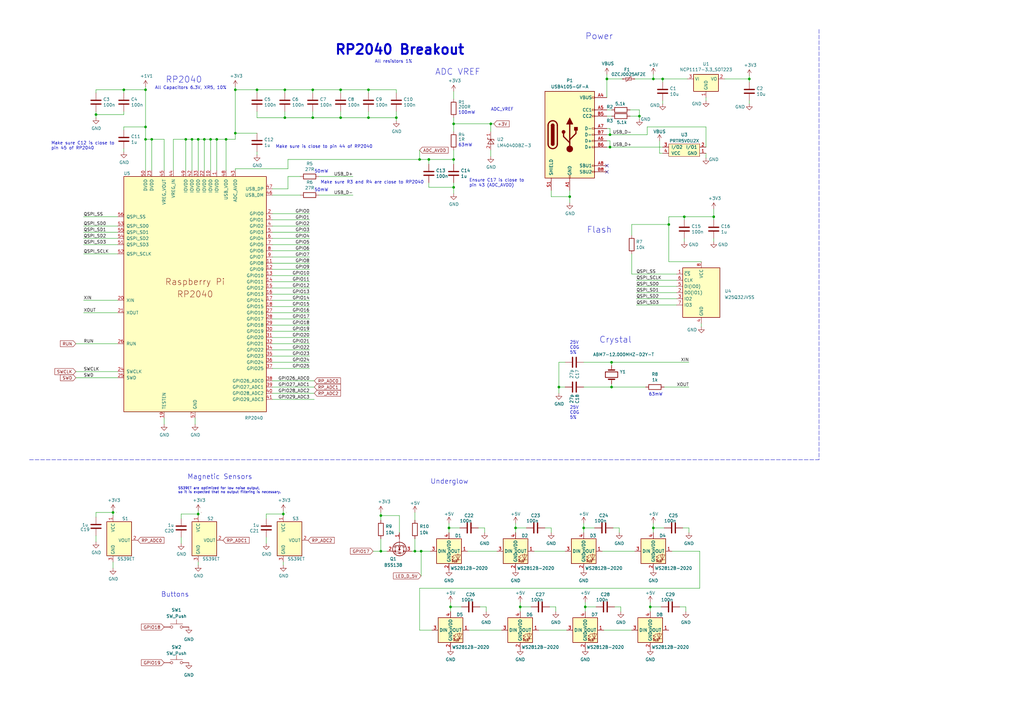
<source format=kicad_sch>
(kicad_sch (version 20230121) (generator eeschema)
  (paper "A3")
  (title_block (title "RP2040 Minimal Design Example") (date "2020-12-18") (rev "REV1") (company "Raspberry Pi (Trading) Ltd"))
  (junction (at 172.085 65.405))
  (junction (at 59.69 36.83))
  (junction (at 250.825 158.75))
  (junction (at 184.15 216.535))
  (junction (at 162.56 48.26))
  (junction (at 46.355 210.185))
  (junction (at 280.67 88.9))
  (junction (at 262.255 47.625))
  (junction (at 96.52 54.61))
  (junction (at 186.055 50.8))
  (junction (at 233.68 80.645))
  (junction (at 151.13 48.26))
  (junction (at 116.205 210.82))
  (junction (at 267.97 32.385))
  (junction (at 211.455 216.535))
  (junction (at 240.03 248.92))
  (junction (at 50.8 36.83))
  (junction (at 86.36 57.15))
  (junction (at 201.295 50.8))
  (junction (at 186.055 65.405))
  (junction (at 267.97 216.535))
  (junction (at 76.2 57.15))
  (junction (at 213.36 248.92))
  (junction (at 116.84 48.26))
  (junction (at 271.78 32.385))
  (junction (at 83.82 57.15))
  (junction (at 62.23 57.15))
  (junction (at 184.785 248.92))
  (junction (at 156.21 226.06))
  (junction (at 248.92 32.385))
  (junction (at 292.735 88.9))
  (junction (at 92.71 57.15))
  (junction (at 307.34 32.385))
  (junction (at 151.13 36.83))
  (junction (at 250.19 60.325))
  (junction (at 59.69 57.15))
  (junction (at 156.21 211.455))
  (junction (at 96.52 36.83))
  (junction (at 88.9 57.15))
  (junction (at 274.32 92.075))
  (junction (at 59.69 52.07))
  (junction (at 78.74 57.15))
  (junction (at 81.28 57.15))
  (junction (at 81.28 210.82))
  (junction (at 250.825 148.59))
  (junction (at 170.18 226.06))
  (junction (at 250.19 55.245))
  (junction (at 172.72 226.06))
  (junction (at 128.27 36.83))
  (junction (at 229.235 158.75))
  (junction (at 128.27 48.26))
  (junction (at 39.37 46.99))
  (junction (at 116.84 36.83))
  (junction (at 266.7 248.92))
  (junction (at 105.41 36.83))
  (junction (at 239.395 216.535))
  (junction (at 139.7 48.26))
  (junction (at 175.895 65.405))
  (junction (at 186.055 76.835))
  (junction (at 139.7 36.83))
  (no_connect (at 248.92 67.945))
  (no_connect (at 248.92 70.485))
  (wire (pts (xy 184.785 248.92) (xy 184.785 250.825)))
  (wire (pts (xy 34.29 100.33) (xy 48.26 100.33)))
  (wire (pts (xy 271.78 62.865) (xy 270.51 62.865)))
  (wire (pts (xy 92.71 69.85) (xy 92.71 57.15)))
  (wire (pts (xy 74.295 220.345) (xy 74.295 222.885)))
  (wire (pts (xy 116.205 210.82) (xy 109.22 210.82)))
  (wire (pts (xy 46.355 230.505) (xy 46.355 233.045)))
  (wire (pts (xy 191.77 226.06) (xy 203.835 226.06)))
  (wire (pts (xy 48.26 128.27) (xy 34.29 128.27)))
  (wire (pts (xy 59.69 36.83) (xy 59.69 52.07)))
  (wire (pts (xy 48.26 104.14) (xy 34.29 104.14)))
  (wire (pts (xy 281.94 32.385) (xy 271.78 32.385)))
  (wire (pts (xy 247.65 258.445) (xy 259.08 258.445)))
  (wire (pts (xy 39.37 36.83) (xy 50.8 36.83)))
  (wire (pts (xy 170.18 226.06) (xy 172.72 226.06)))
  (wire (pts (xy 96.52 35.56) (xy 96.52 36.83)))
  (wire (pts (xy 239.395 216.535) (xy 243.84 216.535)))
  (wire (pts (xy 128.27 36.83) (xy 139.7 36.83)))
  (wire (pts (xy 250.825 157.48) (xy 250.825 158.75)))
  (wire (pts (xy 260.35 32.385) (xy 267.97 32.385)))
  (wire (pts (xy 50.8 60.96) (xy 50.8 62.23)))
  (wire (pts (xy 50.8 52.07) (xy 59.69 52.07)))
  (wire (pts (xy 292.735 90.17) (xy 292.735 88.9)))
  (wire (pts (xy 111.76 151.13) (xy 127 151.13)))
  (wire (pts (xy 111.76 140.97) (xy 127 140.97)))
  (wire (pts (xy 292.735 88.9) (xy 280.67 88.9)))
  (wire (pts (xy 239.395 148.59) (xy 250.825 148.59)))
  (wire (pts (xy 81.28 57.15) (xy 83.82 57.15)))
  (wire (pts (xy 240.03 248.92) (xy 244.475 248.92)))
  (wire (pts (xy 139.7 45.72) (xy 139.7 48.26)))
  (wire (pts (xy 250.825 45.085) (xy 248.92 45.085)))
  (wire (pts (xy 105.41 36.83) (xy 116.84 36.83)))
  (wire (pts (xy 172.72 226.06) (xy 176.53 226.06)))
  (wire (pts (xy 274.32 92.075) (xy 274.32 88.9)))
  (wire (pts (xy 48.26 88.9) (xy 34.29 88.9)))
  (wire (pts (xy 170.18 210.185) (xy 170.18 213.36)))
  (wire (pts (xy 250.825 158.75) (xy 264.795 158.75)))
  (wire (pts (xy 213.36 248.92) (xy 217.805 248.92)))
  (wire (pts (xy 186.055 74.93) (xy 186.055 76.835)))
  (wire (pts (xy 184.785 248.92) (xy 189.23 248.92)))
  (wire (pts (xy 46.355 209.55) (xy 46.355 210.185)))
  (wire (pts (xy 118.11 69.215) (xy 118.11 65.405)))
  (wire (pts (xy 297.18 32.385) (xy 307.34 32.385)))
  (wire (pts (xy 34.29 123.19) (xy 48.26 123.19)))
  (wire (pts (xy 250.19 60.325) (xy 271.78 60.325)))
  (wire (pts (xy 267.97 216.535) (xy 272.415 216.535)))
  (wire (pts (xy 88.9 57.15) (xy 92.71 57.15)))
  (wire (pts (xy 186.055 50.8) (xy 201.295 50.8)))
  (wire (pts (xy 81.28 69.85) (xy 81.28 57.15)))
  (wire (pts (xy 156.21 226.06) (xy 158.75 226.06)))
  (wire (pts (xy 111.76 120.65) (xy 127 120.65)))
  (wire (pts (xy 184.15 216.535) (xy 184.15 218.44)))
  (wire (pts (xy 116.84 48.26) (xy 105.41 48.26)))
  (wire (pts (xy 172.085 258.445) (xy 177.165 258.445)))
  (wire (pts (xy 59.69 57.15) (xy 59.69 69.85)))
  (wire (pts (xy 116.205 210.82) (xy 116.205 211.455)))
  (wire (pts (xy 111.76 138.43) (xy 127 138.43)))
  (wire (pts (xy 111.76 92.71) (xy 127 92.71)))
  (wire (pts (xy 172.72 236.22) (xy 172.72 226.06)))
  (wire (pts (xy 111.76 118.11) (xy 127 118.11)))
  (wire (pts (xy 250.19 55.245) (xy 265.43 55.245)))
  (wire (pts (xy 248.92 47.625) (xy 250.825 47.625)))
  (wire (pts (xy 265.43 52.07) (xy 265.43 55.245)))
  (wire (pts (xy 233.68 80.645) (xy 233.68 83.185)))
  (wire (pts (xy 267.97 32.385) (xy 271.78 32.385)))
  (wire (pts (xy 213.36 248.92) (xy 213.36 250.825)))
  (wire (pts (xy 96.52 54.61) (xy 105.41 54.61)))
  (wire (pts (xy 281.305 248.92) (xy 278.765 248.92)))
  (wire (pts (xy 128.27 38.1) (xy 128.27 36.83)))
  (wire (pts (xy 250.19 52.705) (xy 250.19 55.245)))
  (wire (pts (xy 219.075 226.06) (xy 231.775 226.06)))
  (wire (pts (xy 76.2 69.85) (xy 76.2 57.15)))
  (polyline (pts (xy 335.915 12.065) (xy 335.915 188.595)) (stroke (width 0) (type dash)))
  (wire (pts (xy 116.84 45.72) (xy 116.84 48.26)))
  (wire (pts (xy 96.52 36.83) (xy 96.52 54.61)))
  (wire (pts (xy 199.39 248.92) (xy 199.39 250.825)))
  (wire (pts (xy 266.7 248.92) (xy 271.145 248.92)))
  (wire (pts (xy 81.28 209.55) (xy 81.28 210.82)))
  (wire (pts (xy 287.02 226.06) (xy 275.59 226.06)))
  (wire (pts (xy 250.825 149.86) (xy 250.825 148.59)))
  (wire (pts (xy 231.775 158.75) (xy 229.235 158.75)))
  (wire (pts (xy 198.755 216.535) (xy 198.755 218.44)))
  (wire (pts (xy 156.21 210.185) (xy 156.21 211.455)))
  (wire (pts (xy 186.055 65.405) (xy 186.055 67.31)))
  (wire (pts (xy 287.655 132.715) (xy 287.655 133.985)))
  (wire (pts (xy 170.18 220.98) (xy 170.18 226.06)))
  (wire (pts (xy 105.41 38.1) (xy 105.41 36.83)))
  (wire (pts (xy 248.92 32.385) (xy 248.92 40.005)))
  (wire (pts (xy 62.23 69.85) (xy 62.23 57.15)))
  (wire (pts (xy 254 216.535) (xy 251.46 216.535)))
  (wire (pts (xy 172.085 241.3) (xy 172.085 258.445)))
  (wire (pts (xy 109.22 220.345) (xy 109.22 222.885)))
  (wire (pts (xy 92.71 57.15) (xy 96.52 57.15)))
  (wire (pts (xy 262.255 47.625) (xy 262.255 48.895)))
  (wire (pts (xy 168.91 226.06) (xy 170.18 226.06)))
  (wire (pts (xy 34.29 92.71) (xy 48.26 92.71)))
  (wire (pts (xy 184.15 214.63) (xy 184.15 216.535)))
  (wire (pts (xy 248.92 30.48) (xy 248.92 32.385)))
  (wire (pts (xy 267.97 30.48) (xy 267.97 32.385)))
  (wire (pts (xy 83.82 57.15) (xy 86.36 57.15)))
  (wire (pts (xy 111.76 87.63) (xy 127 87.63)))
  (wire (pts (xy 88.9 57.15) (xy 88.9 69.85)))
  (wire (pts (xy 111.76 107.95) (xy 127 107.95)))
  (wire (pts (xy 227.965 248.92) (xy 227.965 250.825)))
  (wire (pts (xy 240.03 248.92) (xy 240.03 250.825)))
  (wire (pts (xy 184.785 247.015) (xy 184.785 248.92)))
  (wire (pts (xy 172.085 61.595) (xy 172.085 65.405)))
  (wire (pts (xy 307.34 41.275) (xy 307.34 42.545)))
  (wire (pts (xy 162.56 38.1) (xy 162.56 36.83)))
  (wire (pts (xy 130.81 80.01) (xy 144.78 80.01)))
  (wire (pts (xy 111.76 133.35) (xy 127 133.35)))
  (wire (pts (xy 271.78 41.275) (xy 271.78 42.545)))
  (wire (pts (xy 111.76 105.41) (xy 127 105.41)))
  (wire (pts (xy 81.28 210.82) (xy 74.295 210.82)))
  (wire (pts (xy 34.29 95.25) (xy 48.26 95.25)))
  (wire (pts (xy 151.13 38.1) (xy 151.13 36.83)))
  (wire (pts (xy 250.19 60.325) (xy 250.19 57.785)))
  (wire (pts (xy 118.11 72.39) (xy 123.19 72.39)))
  (wire (pts (xy 67.31 69.85) (xy 67.31 57.15)))
  (wire (pts (xy 151.13 45.72) (xy 151.13 48.26)))
  (wire (pts (xy 111.76 130.81) (xy 127 130.81)))
  (wire (pts (xy 281.305 248.92) (xy 281.305 250.825)))
  (wire (pts (xy 80.01 171.45) (xy 80.01 173.99)))
  (wire (pts (xy 111.76 128.27) (xy 127 128.27)))
  (wire (pts (xy 259.08 104.14) (xy 259.08 112.395)))
  (wire (pts (xy 201.295 50.8) (xy 201.295 53.975)))
  (wire (pts (xy 39.37 46.99) (xy 39.37 48.26)))
  (wire (pts (xy 280.67 88.9) (xy 274.32 88.9)))
  (wire (pts (xy 186.055 61.595) (xy 186.055 65.405)))
  (wire (pts (xy 229.235 148.59) (xy 229.235 158.75)))
  (wire (pts (xy 31.115 140.97) (xy 48.26 140.97)))
  (wire (pts (xy 39.37 46.99) (xy 50.8 46.99)))
  (wire (pts (xy 227.965 248.92) (xy 225.425 248.92)))
  (wire (pts (xy 289.56 62.865) (xy 289.56 64.77)))
  (wire (pts (xy 111.76 125.73) (xy 127 125.73)))
  (polyline (pts (xy 12.065 188.595) (xy 335.915 188.595)) (stroke (width 0) (type dash)))
  (wire (pts (xy 111.76 115.57) (xy 127 115.57)))
  (wire (pts (xy 78.74 57.15) (xy 81.28 57.15)))
  (wire (pts (xy 282.575 216.535) (xy 280.035 216.535)))
  (wire (pts (xy 39.37 219.71) (xy 39.37 222.25)))
  (wire (pts (xy 151.13 48.26) (xy 162.56 48.26)))
  (wire (pts (xy 270.51 62.865) (xy 270.51 57.785)))
  (wire (pts (xy 31.115 152.4) (xy 48.26 152.4)))
  (wire (pts (xy 163.83 211.455) (xy 156.21 211.455)))
  (wire (pts (xy 266.7 247.015) (xy 266.7 248.92)))
  (wire (pts (xy 277.495 117.475) (xy 260.985 117.475)))
  (wire (pts (xy 211.455 214.63) (xy 211.455 216.535)))
  (wire (pts (xy 105.41 45.72) (xy 105.41 48.26)))
  (wire (pts (xy 71.12 57.15) (xy 76.2 57.15)))
  (wire (pts (xy 198.755 216.535) (xy 196.215 216.535)))
  (wire (pts (xy 262.255 45.085) (xy 262.255 47.625)))
  (wire (pts (xy 74.295 210.82) (xy 74.295 212.725)))
  (wire (pts (xy 175.895 65.405) (xy 186.055 65.405)))
  (wire (pts (xy 239.395 158.75) (xy 250.825 158.75)))
  (wire (pts (xy 151.13 36.83) (xy 162.56 36.83)))
  (wire (pts (xy 231.775 148.59) (xy 229.235 148.59)))
  (wire (pts (xy 186.055 48.26) (xy 186.055 50.8)))
  (wire (pts (xy 130.81 72.39) (xy 144.78 72.39)))
  (wire (pts (xy 280.67 90.17) (xy 280.67 88.9)))
  (wire (pts (xy 307.34 32.385) (xy 307.34 31.115)))
  (wire (pts (xy 292.735 85.725) (xy 292.735 88.9)))
  (wire (pts (xy 265.43 52.07) (xy 289.56 52.07)))
  (wire (pts (xy 111.76 156.21) (xy 128.905 156.21)))
  (wire (pts (xy 260.985 125.095) (xy 277.495 125.095)))
  (wire (pts (xy 111.76 100.33) (xy 127 100.33)))
  (wire (pts (xy 59.69 35.56) (xy 59.69 36.83)))
  (wire (pts (xy 46.355 210.185) (xy 46.355 211.455)))
  (wire (pts (xy 96.52 69.215) (xy 96.52 69.85)))
  (wire (pts (xy 139.7 48.26) (xy 128.27 48.26)))
  (wire (pts (xy 153.035 226.06) (xy 156.21 226.06)))
  (wire (pts (xy 111.76 163.83) (xy 128.905 163.83)))
  (wire (pts (xy 111.76 158.75) (xy 128.905 158.75)))
  (wire (pts (xy 213.36 247.015) (xy 213.36 248.92)))
  (wire (pts (xy 175.895 65.405) (xy 175.895 67.31)))
  (wire (pts (xy 111.76 113.03) (xy 127 113.03)))
  (wire (pts (xy 39.37 45.72) (xy 39.37 46.99)))
  (wire (pts (xy 163.83 218.44) (xy 163.83 211.455)))
  (wire (pts (xy 240.03 247.015) (xy 240.03 248.92)))
  (wire (pts (xy 229.235 158.75) (xy 229.235 161.29)))
  (wire (pts (xy 116.205 209.55) (xy 116.205 210.82)))
  (wire (pts (xy 186.055 37.465) (xy 186.055 40.64)))
  (wire (pts (xy 105.41 63.5) (xy 105.41 62.23)))
  (wire (pts (xy 239.395 216.535) (xy 239.395 218.44)))
  (wire (pts (xy 307.34 33.655) (xy 307.34 32.385)))
  (wire (pts (xy 111.76 97.79) (xy 127 97.79)))
  (wire (pts (xy 186.055 50.8) (xy 186.055 53.975)))
  (wire (pts (xy 260.985 122.555) (xy 277.495 122.555)))
  (wire (pts (xy 287.02 226.06) (xy 287.02 241.3)))
  (wire (pts (xy 31.115 154.94) (xy 48.26 154.94)))
  (wire (pts (xy 111.76 161.29) (xy 128.905 161.29)))
  (wire (pts (xy 254.635 248.92) (xy 254.635 250.825)))
  (wire (pts (xy 39.37 38.1) (xy 39.37 36.83)))
  (wire (pts (xy 287.02 241.3) (xy 172.085 241.3)))
  (wire (pts (xy 271.78 33.655) (xy 271.78 32.385)))
  (wire (pts (xy 184.15 216.535) (xy 188.595 216.535)))
  (wire (pts (xy 86.36 69.85) (xy 86.36 57.15)))
  (wire (pts (xy 111.76 90.17) (xy 127 90.17)))
  (wire (pts (xy 239.395 214.63) (xy 239.395 216.535)))
  (wire (pts (xy 59.69 52.07) (xy 59.69 57.15)))
  (wire (pts (xy 267.97 216.535) (xy 267.97 218.44)))
  (wire (pts (xy 199.39 248.92) (xy 196.85 248.92)))
  (wire (pts (xy 50.8 36.83) (xy 59.69 36.83)))
  (wire (pts (xy 220.98 258.445) (xy 232.41 258.445)))
  (wire (pts (xy 211.455 216.535) (xy 215.9 216.535)))
  (wire (pts (xy 226.06 78.105) (xy 226.06 80.645)))
  (wire (pts (xy 116.84 36.83) (xy 128.27 36.83)))
  (wire (pts (xy 233.68 78.105) (xy 233.68 80.645)))
  (wire (pts (xy 226.06 80.645) (xy 233.68 80.645)))
  (wire (pts (xy 118.11 72.39) (xy 118.11 77.47)))
  (wire (pts (xy 247.015 226.06) (xy 260.35 226.06)))
  (wire (pts (xy 162.56 48.26) (xy 162.56 49.53)))
  (wire (pts (xy 96.52 54.61) (xy 96.52 57.15)))
  (wire (pts (xy 248.92 32.385) (xy 255.27 32.385)))
  (wire (pts (xy 111.76 110.49) (xy 127 110.49)))
  (wire (pts (xy 258.445 47.625) (xy 262.255 47.625)))
  (wire (pts (xy 118.11 65.405) (xy 172.085 65.405)))
  (wire (pts (xy 111.76 80.01) (xy 123.19 80.01)))
  (wire (pts (xy 67.31 57.15) (xy 62.23 57.15)))
  (wire (pts (xy 274.32 92.075) (xy 274.32 107.315)))
  (wire (pts (xy 274.32 107.315) (xy 287.655 107.315)))
  (wire (pts (xy 250.825 148.59) (xy 282.575 148.59)))
  (wire (pts (xy 78.74 69.85) (xy 78.74 57.15)))
  (wire (pts (xy 67.31 171.45) (xy 67.31 173.99)))
  (wire (pts (xy 254.635 248.92) (xy 252.095 248.92)))
  (wire (pts (xy 111.76 77.47) (xy 118.11 77.47)))
  (wire (pts (xy 81.28 231.775) (xy 81.28 230.505)))
  (wire (pts (xy 162.56 45.72) (xy 162.56 48.26)))
  (wire (pts (xy 248.92 52.705) (xy 250.19 52.705)))
  (wire (pts (xy 139.7 38.1) (xy 139.7 36.83)))
  (wire (pts (xy 116.84 38.1) (xy 116.84 36.83)))
  (wire (pts (xy 111.76 123.19) (xy 127 123.19)))
  (wire (pts (xy 211.455 216.535) (xy 211.455 218.44)))
  (wire (pts (xy 266.7 248.92) (xy 266.7 250.825)))
  (wire (pts (xy 111.76 146.05) (xy 127 146.05)))
  (wire (pts (xy 260.985 114.935) (xy 277.495 114.935)))
  (wire (pts (xy 111.76 102.87) (xy 127 102.87)))
  (wire (pts (xy 128.27 45.72) (xy 128.27 48.26)))
  (wire (pts (xy 50.8 38.1) (xy 50.8 36.83)))
  (wire (pts (xy 172.085 65.405) (xy 175.895 65.405)))
  (wire (pts (xy 156.21 211.455) (xy 156.21 213.36)))
  (wire (pts (xy 34.29 97.79) (xy 48.26 97.79)))
  (wire (pts (xy 272.415 158.75) (xy 282.575 158.75)))
  (wire (pts (xy 111.76 95.25) (xy 127 95.25)))
  (wire (pts (xy 175.895 74.93) (xy 175.895 76.835)))
  (wire (pts (xy 111.76 135.89) (xy 127 135.89)))
  (wire (pts (xy 289.56 52.07) (xy 289.56 60.325)))
  (wire (pts (xy 62.23 57.15) (xy 59.69 57.15)))
  (wire (pts (xy 156.21 220.98) (xy 156.21 226.06)))
  (wire (pts (xy 259.08 92.075) (xy 259.08 96.52)))
  (wire (pts (xy 259.08 112.395) (xy 277.495 112.395)))
  (wire (pts (xy 111.76 148.59) (xy 127 148.59)))
  (wire (pts (xy 248.92 57.785) (xy 250.19 57.785)))
  (wire (pts (xy 96.52 69.215) (xy 118.11 69.215)))
  (wire (pts (xy 280.67 97.79) (xy 280.67 99.06)))
  (wire (pts (xy 39.37 210.185) (xy 39.37 212.09)))
  (wire (pts (xy 71.12 69.85) (xy 71.12 57.15)))
  (wire (pts (xy 226.06 216.535) (xy 226.06 218.44)))
  (wire (pts (xy 248.92 55.245) (xy 250.19 55.245)))
  (wire (pts (xy 282.575 216.535) (xy 282.575 218.44)))
  (wire (pts (xy 76.2 57.15) (xy 78.74 57.15)))
  (wire (pts (xy 259.08 92.075) (xy 274.32 92.075)))
  (wire (pts (xy 81.28 210.82) (xy 81.28 211.455)))
  (wire (pts (xy 83.82 69.85) (xy 83.82 57.15)))
  (wire (pts (xy 186.055 76.835) (xy 186.055 79.375)))
  (wire (pts (xy 46.355 210.185) (xy 39.37 210.185)))
  (wire (pts (xy 116.205 231.775) (xy 116.205 230.505)))
  (wire (pts (xy 277.495 120.015) (xy 260.985 120.015)))
  (wire (pts (xy 262.255 45.085) (xy 258.445 45.085)))
  (wire (pts (xy 192.405 258.445) (xy 205.74 258.445)))
  (wire (pts (xy 289.56 40.005) (xy 289.56 41.275)))
  (wire (pts (xy 226.06 216.535) (xy 223.52 216.535)))
  (wire (pts (xy 254 216.535) (xy 254 218.44)))
  (wire (pts (xy 50.8 46.99) (xy 50.8 45.72)))
  (wire (pts (xy 128.27 48.26) (xy 116.84 48.26)))
  (wire (pts (xy 50.8 53.34) (xy 50.8 52.07)))
  (wire (pts (xy 139.7 48.26) (xy 151.13 48.26)))
  (wire (pts (xy 201.295 50.8) (xy 202.565 50.8)))
  (wire (pts (xy 139.7 36.83) (xy 151.13 36.83)))
  (wire (pts (xy 248.92 60.325) (xy 250.19 60.325)))
  (wire (pts (xy 201.295 61.595) (xy 201.295 64.135)))
  (wire (pts (xy 267.97 214.63) (xy 267.97 216.535)))
  (wire (pts (xy 111.76 143.51) (xy 127 143.51)))
  (wire (pts (xy 86.36 57.15) (xy 88.9 57.15)))
  (wire (pts (xy 109.22 210.82) (xy 109.22 212.725)))
  (wire (pts (xy 292.735 97.79) (xy 292.735 99.06)))
  (wire (pts (xy 175.895 76.835) (xy 186.055 76.835)))
  (wire (pts (xy 96.52 36.83) (xy 105.41 36.83)))
  (image (at 152.4 -170.815) (scale 5.52324))
  (image (at -136.525 45.085) (scale 2.69118))
  (text "RP2040 Breakout\n" (at 137.16 22.86 0) (effects (font (size 4 4) (thickness 0.8) bold) (justify left bottom)))
  (text "All Capacitors 6.3V, XR5, 10%" (at 63.5 36.83 0) (effects (font (size 1.27 1.27)) (justify left bottom)))
  (text "Make sure C12 is close to \npin 45 of RP2040" (at 20.955 61.595 0) (effects (font (size 1.27 1.27)) (justify left bottom)))
  (text "ADC VREF" (at 178.435 31.115 0) (effects (font (size 2.54 2.54)) (justify left bottom)))
  (text "63mW" (at 266.065 162.56 0) (effects (font (size 1.27 1.27)) (justify left bottom)))
  (text "25V\nC0G\n5%" (at 233.68 145.415 0) (effects (font (size 1.27 1.27)) (justify left bottom)))
  (text "ADC_VREF" (at 201.295 45.72 0) (effects (font (size 1.27 1.27)) (justify left bottom)))
  (text "Make sure R3 and R4 are close to RP2040" (at 131.445 75.565 0) (effects (font (size 1.27 1.27)) (justify left bottom)))
  (text "Magnetic Sensors" (at 76.835 196.85 0) (effects (font (size 2 2)) (justify left bottom)))
  (text "Underglow" (at 176.53 198.755 0) (effects (font (size 2 2)) (justify left bottom)))
  (text "63mW" (at 187.96 60.325 0) (effects (font (size 1.27 1.27)) (justify left bottom)))
  (text "RP2040" (at 67.945 34.29 0) (effects (font (size 2.54 2.54)) (justify left bottom)))
  (text "SS39ET are optimized for low noise output, \nso it is expected that no output filtering is necessary." (at 73.025 202.565 0) (effects (font (size 1 1)) (justify left bottom)))
  (text "Power" (at 240.03 16.51 0) (effects (font (size 2.54 2.54)) (justify left bottom)))
  (text "Buttons" (at 66.04 245.11 0) (effects (font (size 2 2)) (justify left bottom)))
  (text "Crystal" (at 245.745 140.97 0) (effects (font (size 2.54 2.54)) (justify left bottom)))
  (text "Make sure is close to pin 44 of RP2040" (at 113.03 60.96 0) (effects (font (size 1.27 1.27)) (justify left bottom)))
  (text "All resistors 1%" (at 153.67 26.035 0) (effects (font (size 1.27 1.27)) (justify left bottom)))
  (text "50mW" (at 128.905 71.12 0) (effects (font (size 1.27 1.27)) (justify left bottom)))
  (text "25V\nC0G\n5%" (at 233.68 172.085 0) (effects (font (size 1.27 1.27)) (justify left bottom)))
  (text "50mW" (at 128.905 78.74 0) (effects (font (size 1.27 1.27)) (justify left bottom)))
  (text "Flash" (at 240.665 95.885 0) (effects (font (size 2.54 2.54)) (justify left bottom)))
  (text "Ensure C17 is close to \npin 43 (ADC_AVDD)" (at 192.405 76.835 0) (effects (font (size 1.27 1.27)) (justify left bottom)))
  (text "100mW" (at 187.96 46.99 0) (effects (font (size 1.27 1.27)) (justify left bottom)))
  (label "GPIO3" (at 127 95.25 180))
  (label "QSPI_SCLK" (at 260.985 114.935 0))
  (label "QSPI_SD2" (at 260.985 122.555 0))
  (label "GPIO22" (at 127 143.51 180))
  (label "QSPI_SD0" (at 260.985 117.475 0))
  (label "GPIO0" (at 127 87.63 180))
  (label "QSPI_SD3" (at 34.29 100.33 0))
  (label "GPIO15" (at 127 125.73 180))
  (label "GPIO2" (at 127 92.71 180))
  (label "GPIO19" (at 127 135.89 180))
  (label "XOUT" (at 34.29 128.27 0))
  (label "GPIO6" (at 127 102.87 180))
  (label "QSPI_SD1" (at 260.985 120.015 0))
  (label "QSPI_SD0" (at 34.29 92.71 0))
  (label "GPIO23" (at 127 146.05 180))
  (label "GPIO28_ADC2" (at 127 161.29 180))
  (label "GPIO17" (at 127 130.81 180))
  (label "XIN" (at 34.29 123.19 0))
  (label "USB_D+" (at 259.08 60.325 180))
  (label "USB_D+" (at 144.78 72.39 180))
  (label "USB_D-" (at 144.78 80.01 180))
  (label "SWD" (at 34.29 154.94 0))
  (label "GPIO13" (at 127 120.65 180))
  (label "GPIO5" (at 127 100.33 180))
  (label "GPIO29_ADC3" (at 127 163.83 180))
  (label "GPIO24" (at 127 148.59 180))
  (label "GPIO21" (at 127 140.97 180))
  (label "QSPI_SD3" (at 260.985 125.095 0))
  (label "GPIO10" (at 127 113.03 180))
  (label "GPIO1" (at 127 90.17 180))
  (label "RUN" (at 34.29 140.97 0))
  (label "SWCLK" (at 34.29 152.4 0))
  (label "GPIO9" (at 127 110.49 180))
  (label "XIN" (at 282.575 148.59 180))
  (label "GPIO16" (at 127 128.27 180))
  (label "GPIO20" (at 127 138.43 180))
  (label "GPIO4" (at 127 97.79 180))
  (label "GPIO8" (at 127 107.95 180))
  (label "QSPI_SD1" (at 34.29 95.25 0))
  (label "GPIO18" (at 127 133.35 180))
  (label "GPIO25" (at 127 151.13 180))
  (label "XOUT" (at 282.575 158.75 180))
  (label "GPIO12" (at 127 118.11 180))
  (label "QSPI_SCLK" (at 34.29 104.14 0))
  (label "GPIO26_ADC0" (at 127 156.21 180))
  (label "USB_D-" (at 259.08 55.245 180))
  (label "QSPI_SS" (at 34.29 88.9 0))
  (label "GPIO14" (at 127 123.19 180))
  (label "GPIO7" (at 127 105.41 180))
  (label "GPIO11" (at 127 115.57 180))
  (label "GPIO27_ADC1" (at 127 158.75 180))
  (label "QSPI_SS" (at 260.985 112.395 0))
  (label "QSPI_SD2" (at 34.29 97.79 0))
  (global_label "+3V" (shape input) (at 202.565 50.8 0) (property "Intersheetrefs" "${INTERSHEET_REFS}" (effects hide)))
  (global_label "RP_ADC0" (shape input) (at 56.515 221.615 0) (property "Intersheetrefs" "${INTERSHEET_REFS}" (effects hide)))
  (global_label "RP_ADC1" (shape input) (at 128.905 158.75 0) (property "Intersheetrefs" "${INTERSHEET_REFS}" (effects hide)))
  (global_label "RP_ADC0" (shape input) (at 128.905 156.21 0) (property "Intersheetrefs" "${INTERSHEET_REFS}" (effects hide)))
  (global_label "RP_ADC2" (shape input) (at 126.365 221.615 0) (property "Intersheetrefs" "${INTERSHEET_REFS}" (effects hide)))
  (global_label "ADC_AVDD" (shape input) (at 172.085 61.595 0) (property "Intersheetrefs" "${INTERSHEET_REFS}" (effects hide)))
  (global_label "GPIO17" (shape input) (at 153.035 226.06 180) (property "Intersheetrefs" "${INTERSHEET_REFS}" (effects hide)))
  (global_label "RP_ADC1" (shape input) (at 91.44 221.615 0) (property "Intersheetrefs" "${INTERSHEET_REFS}" (effects hide)))
  (global_label "LED_D_5V" (shape input) (at 172.72 236.22 180) (property "Intersheetrefs" "${INTERSHEET_REFS}" (effects hide)))
  (global_label "RP_ADC2" (shape input) (at 128.905 161.29 0) (property "Intersheetrefs" "${INTERSHEET_REFS}" (effects hide)))
  (global_label "GPIO19" (shape input) (at 67.31 271.78 180) (property "Intersheetrefs" "${INTERSHEET_REFS}" (effects hide)))
  (global_label "SWD" (shape input) (at 31.115 154.94 180) (property "Intersheetrefs" "${INTERSHEET_REFS}" (effects hide)))
  (global_label "GPIO18" (shape input) (at 67.31 257.175 180) (property "Intersheetrefs" "${INTERSHEET_REFS}" (effects hide)))
  (global_label "SWCLK" (shape input) (at 31.115 152.4 180) (property "Intersheetrefs" "${INTERSHEET_REFS}" (effects hide)))
  (global_label "RUN" (shape input) (at 31.115 140.97 180) (property "Intersheetrefs" "${INTERSHEET_REFS}" (effects hide)))
  (symbol (lib_id "MCU_RaspberryPi_RP2040:RP2040") (at 80.01 120.65 0) (unit 1)
    (property "Reference" "U5" (at 52.07 71.12 0))
    (property "Value" "RP2040" (at 104.14 171.45 0))
    (property "Footprint" "RP2040_minimal:RP2040-QFN-56" (effects hide))
  )
  (symbol (lib_id "Device:C") (at 235.585 148.59 270) (unit 1)
    (property "Reference" "C17" (at 236.7534 151.511 0) (effects (justify left)))
    (property "Value" "27p" (at 234.442 151.511 0) (effects (justify left)))
    (property "Footprint" "Capacitor_SMD:C_0402_1005Metric" (effects hide))
  )
  (symbol (lib_id "Device:C") (at 235.585 158.75 270) (unit 1)
    (property "Reference" "C18" (at 236.7534 161.671 0) (effects (justify left)))
    (property "Value" "27p" (at 234.442 161.671 0) (effects (justify left)))
    (property "Footprint" "Capacitor_SMD:C_0402_1005Metric" (effects hide))
  )
  (symbol (lib_id "power:GND") (at 229.235 161.29 0) (unit 1)
    (property "Reference" "#PWR024" (effects hide))
    (property "Value" "GND" (at 229.362 165.6842 0))
  )
  (symbol (lib_id "power:+3V3") (at 292.735 85.725 0) (unit 1)
    (property "Reference" "#PWR020" (effects hide))
    (property "Value" "+3V3" (at 293.116 81.3308 0))
  )
  (symbol (lib_id "power:GND") (at 287.655 133.985 0) (unit 1)
    (property "Reference" "#PWR023" (effects hide))
    (property "Value" "GND" (at 283.845 135.255 0))
  )
  (symbol (lib_id "Device:R") (at 259.08 100.33 0) (unit 1)
    (property "Reference" "R7" (at 260.858 99.1616 0) (effects (justify left)))
    (property "Value" "10k" (at 260.858 101.473 0) (effects (justify left)))
    (property "Footprint" "Capacitor_SMD:C_0402_1005Metric" (effects hide))
  )
  (symbol (lib_id "Device:C") (at 280.67 93.98 0) (unit 1)
    (property "Reference" "C15" (at 283.591 92.8116 0) (effects (justify left)))
    (property "Value" "100n" (at 283.591 95.123 0) (effects (justify left)))
    (property "Footprint" "Capacitor_SMD:C_0402_1005Metric" (effects hide))
  )
  (symbol (lib_id "power:GND") (at 280.67 99.06 0) (unit 1)
    (property "Reference" "#PWR021" (effects hide))
    (property "Value" "GND" (at 284.48 100.33 0))
  )
  (symbol (lib_id "power:GND") (at 80.01 173.99 0) (unit 1)
    (property "Reference" "#PWR026" (effects hide))
    (property "Value" "GND" (at 80.137 178.3842 0))
  )
  (symbol (lib_id "power:GND") (at 67.31 173.99 0) (unit 1)
    (property "Reference" "#PWR025" (effects hide))
    (property "Value" "GND" (at 67.437 178.3842 0))
  )
  (symbol (lib_id "Device:R") (at 127 72.39 270) (unit 1)
    (property "Reference" "R5" (at 127 67.1322 90))
    (property "Value" "27R" (at 127 69.4436 90))
    (property "Footprint" "Capacitor_SMD:C_0402_1005Metric" (effects hide))
  )
  (symbol (lib_id "Device:R") (at 127 80.01 270) (unit 1)
    (property "Reference" "R6" (at 127 74.7522 90))
    (property "Value" "27R" (at 127 77.0636 90))
    (property "Footprint" "Capacitor_SMD:C_0402_1005Metric" (effects hide))
  )
  (symbol (lib_id "power:GND") (at 233.68 83.185 0) (unit 1)
    (property "Reference" "#PWR019" (effects hide))
    (property "Value" "GND" (at 233.807 87.5792 0))
  )
  (symbol (lib_id "power:+3V3") (at 96.52 35.56 0) (unit 1)
    (property "Reference" "#PWR05" (effects hide))
    (property "Value" "+3V3" (at 96.901 31.1658 0))
  )
  (symbol (lib_id "power:+1V1") (at 59.69 35.56 0) (unit 1)
    (property "Reference" "#PWR04" (effects hide))
    (property "Value" "+1V1" (at 60.071 31.1658 0))
  )
  (symbol (lib_id "Device:C") (at 105.41 41.91 0) (unit 1)
    (property "Reference" "C5" (at 108.331 40.7416 0) (effects (justify left)))
    (property "Value" "100n" (at 108.331 43.053 0) (effects (justify left)))
    (property "Footprint" "Capacitor_SMD:C_0402_1005Metric" (effects hide))
  )
  (symbol (lib_id "Device:C") (at 116.84 41.91 0) (unit 1)
    (property "Reference" "C6" (at 119.761 40.7416 0) (effects (justify left)))
    (property "Value" "100n" (at 119.761 43.053 0) (effects (justify left)))
    (property "Footprint" "Capacitor_SMD:C_0402_1005Metric" (effects hide))
  )
  (symbol (lib_id "Device:C") (at 128.27 41.91 0) (unit 1)
    (property "Reference" "C7" (at 131.191 40.7416 0) (effects (justify left)))
    (property "Value" "100n" (at 131.191 43.053 0) (effects (justify left)))
    (property "Footprint" "Capacitor_SMD:C_0402_1005Metric" (effects hide))
  )
  (symbol (lib_id "Device:C") (at 139.7 41.91 0) (unit 1)
    (property "Reference" "C8" (at 142.621 40.7416 0) (effects (justify left)))
    (property "Value" "100n" (at 142.621 43.053 0) (effects (justify left)))
    (property "Footprint" "Capacitor_SMD:C_0402_1005Metric" (effects hide))
  )
  (symbol (lib_id "Device:C") (at 151.13 41.91 0) (unit 1)
    (property "Reference" "C9" (at 154.051 40.7416 0) (effects (justify left)))
    (property "Value" "100n" (at 154.051 43.053 0) (effects (justify left)))
    (property "Footprint" "Capacitor_SMD:C_0402_1005Metric" (effects hide))
  )
  (symbol (lib_id "Device:C") (at 162.56 41.91 0) (unit 1)
    (property "Reference" "C10" (at 165.481 40.7416 0) (effects (justify left)))
    (property "Value" "100n" (at 165.481 43.053 0) (effects (justify left)))
    (property "Footprint" "Capacitor_SMD:C_0402_1005Metric" (effects hide))
  )
  (symbol (lib_id "Device:C") (at 39.37 41.91 0) (unit 1)
    (property "Reference" "C3" (at 42.291 40.7416 0) (effects (justify left)))
    (property "Value" "100n" (at 42.291 43.053 0) (effects (justify left)))
    (property "Footprint" "Capacitor_SMD:C_0402_1005Metric" (effects hide))
  )
  (symbol (lib_id "Device:C") (at 50.8 41.91 0) (unit 1)
    (property "Reference" "C4" (at 53.721 40.7416 0) (effects (justify left)))
    (property "Value" "100n" (at 53.721 43.053 0) (effects (justify left)))
    (property "Footprint" "Capacitor_SMD:C_0402_1005Metric" (effects hide))
  )
  (symbol (lib_id "Device:C") (at 50.8 57.15 0) (unit 1)
    (property "Reference" "C11" (at 53.721 55.9816 0) (effects (justify left)))
    (property "Value" "1u" (at 53.721 58.293 0) (effects (justify left)))
    (property "Footprint" "Capacitor_SMD:C_0402_1005Metric" (effects hide))
  )
  (symbol (lib_id "Device:C") (at 105.41 58.42 0) (unit 1)
    (property "Reference" "C12" (at 108.331 57.2516 0) (effects (justify left)))
    (property "Value" "1u" (at 108.331 59.563 0) (effects (justify left)))
    (property "Footprint" "Capacitor_SMD:C_0402_1005Metric" (effects hide))
  )
  (symbol (lib_id "power:GND") (at 162.56 49.53 0) (unit 1)
    (property "Reference" "#PWR012" (effects hide))
    (property "Value" "GND" (at 162.687 53.9242 0))
  )
  (symbol (lib_id "power:GND") (at 39.37 48.26 0) (unit 1)
    (property "Reference" "#PWR010" (effects hide))
    (property "Value" "GND" (at 39.497 52.6542 0))
  )
  (symbol (lib_id "power:GND") (at 50.8 62.23 0) (unit 1)
    (property "Reference" "#PWR014" (effects hide))
    (property "Value" "GND" (at 50.927 66.6242 0))
  )
  (symbol (lib_id "power:GND") (at 105.41 63.5 0) (unit 1)
    (property "Reference" "#PWR016" (effects hide))
    (property "Value" "GND" (at 105.537 67.8942 0))
  )
  (symbol (lib_id "Regulator_Linear:NCP1117-3.3_SOT223") (at 289.56 32.385 0) (unit 1)
    (property "Reference" "U1" (at 289.56 26.2382 0))
    (property "Value" "NCP1117-3.3_SOT223" (at 289.56 28.5496 0))
    (property "Footprint" "Package_TO_SOT_SMD:SOT-223-3_TabPin2" (effects hide))
    (property "Datasheet" "http://www.onsemi.com/pub_link/Collateral/NCP1117-D.PDF" (effects hide))
  )
  (symbol (lib_id "power:GND") (at 289.56 41.275 0) (unit 1)
    (property "Reference" "#PWR07" (effects hide))
    (property "Value" "GND" (at 285.75 42.545 0))
  )
  (symbol (lib_id "power:+3V3") (at 307.34 31.115 0) (unit 1)
    (property "Reference" "#PWR03" (effects hide))
    (property "Value" "+3V3" (at 307.721 26.7208 0))
  )
  (symbol (lib_id "Device:C") (at 271.78 37.465 0) (unit 1)
    (property "Reference" "C1" (at 274.701 36.2966 0) (effects (justify left)))
    (property "Value" "10u" (at 274.701 38.608 0) (effects (justify left)))
    (property "Footprint" "Capacitor_SMD:C_0805_2012Metric" (effects hide))
  )
  (symbol (lib_id "Device:C") (at 307.34 37.465 0) (unit 1)
    (property "Reference" "C2" (at 310.261 36.2966 0) (effects (justify left)))
    (property "Value" "10u" (at 310.261 38.608 0) (effects (justify left)))
    (property "Footprint" "Capacitor_SMD:C_0805_2012Metric" (effects hide))
  )
  (symbol (lib_id "power:GND") (at 271.78 42.545 0) (unit 1)
    (property "Reference" "#PWR08" (effects hide))
    (property "Value" "GND" (at 268.605 43.18 0))
  )
  (symbol (lib_id "power:GND") (at 307.34 42.545 0) (unit 1)
    (property "Reference" "#PWR09" (effects hide))
    (property "Value" "GND" (at 303.53 43.815 0))
  )
  (symbol (lib_id "Device:R") (at 268.605 158.75 270) (unit 1)
    (property "Reference" "R8" (at 268.605 153.4922 90))
    (property "Value" "1k" (at 268.605 155.8036 90))
    (property "Footprint" "Capacitor_SMD:C_0402_1005Metric" (effects hide))
  )
  (symbol (lib_id "Device:Crystal") (at 250.825 153.67 270) (unit 1)
    (property "Reference" "Y1" (at 254.1524 152.5016 90) (effects (justify left)))
    (property "Value" "ABM7-12.000MHZ-D2Y-T" (at 243.205 145.415 90) (effects (justify left)))
    (property "Footprint" "Crystal:Crystal_SMD_Abracon_ABM7-2Pin_6.0x3.5mm" (effects hide))
  )
  (symbol (lib_id "power:GND") (at 262.255 48.895 0) (unit 1)
    (property "Reference" "#PWR011" (effects hide))
    (property "Value" "GND" (at 264.795 48.895 0))
  )
  (symbol (lib_id "power:GND") (at 186.055 79.375 0) (unit 1)
    (property "Reference" "#PWR018" (effects hide))
    (property "Value" "GND" (at 186.182 83.7692 0))
  )
  (symbol (lib_id "Device:C") (at 175.895 71.12 0) (unit 1)
    (property "Reference" "C13" (at 178.816 69.9516 0) (effects (justify left)))
    (property "Value" "100n" (at 178.816 72.263 0) (effects (justify left)))
    (property "Footprint" "Capacitor_SMD:C_0402_1005Metric" (effects hide))
  )
  (symbol (lib_id "LED:WS2812B-2020") (at 184.15 226.06 0) (unit 1)
    (property "Reference" "D1" (at 187.96 219.71 0))
    (property "Value" "WS2812B-2020" (at 192.405 233.045 0))
    (property "Footprint" "LED_SMD:LED_WS2812B-2020_PLCC4_2.0x2.0mm" (effects hide))
  )
  (symbol (lib_id "power:VBUS") (at 270.51 57.785 0) (unit 1)
    (property "Reference" "#PWR013" (effects hide))
    (property "Value" "VBUS" (at 270.51 53.975 0))
  )
  (symbol (lib_id "Device:C") (at 39.37 215.9 180) (unit 1)
    (property "Reference" "C19" (at 36.83 217.17 0) (effects (justify left)))
    (property "Value" "1u" (at 36.195 215.265 0) (effects (justify left)))
    (property "Footprint" "Capacitor_SMD:C_0402_1005Metric" (effects hide))
  )
  (symbol (lib_name "GND_1") (lib_id "power:GND") (at 282.575 218.44 0) (unit 1)
    (property "Reference" "#PWR039" (effects hide))
    (property "Value" "GND" (at 282.575 222.885 0))
  )
  (symbol (lib_id "Device:C") (at 186.055 71.12 0) (unit 1)
    (property "Reference" "C14" (at 188.976 69.9516 0) (effects (justify left)))
    (property "Value" "1u" (at 188.976 72.263 0) (effects (justify left)))
    (property "Footprint" "Capacitor_SMD:C_0402_1005Metric" (effects hide))
  )
  (symbol (lib_name "GND_1") (lib_id "power:GND") (at 184.785 266.065 0) (unit 1)
    (property "Reference" "#PWR053" (effects hide))
    (property "Value" "GND" (at 184.785 270.51 0))
  )
  (symbol (lib_id "power:+5V") (at 267.97 30.48 0) (unit 1)
    (property "Reference" "#PWR061" (effects hide))
    (property "Value" "+5V" (at 267.97 26.67 0))
  )
  (symbol (lib_name "GND_1") (lib_id "power:GND") (at 77.47 257.175 0) (unit 1)
    (property "Reference" "#PWR056" (effects hide))
    (property "Value" "GND" (at 77.47 262.255 0))
  )
  (symbol (lib_id "LED:WS2812B-2020") (at 266.7 258.445 0) (unit 1)
    (property "Reference" "D8" (at 270.51 252.095 0))
    (property "Value" "WS2812B-2020" (at 274.955 265.43 0))
    (property "Footprint" "LED_SMD:LED_WS2812B-2020_PLCC4_2.0x2.0mm" (effects hide))
  )
  (symbol (lib_id "Device:C") (at 193.04 248.92 90) (unit 1)
    (property "Reference" "C26" (at 194.945 243.84 90) (effects (justify left)))
    (property "Value" "100n" (at 194.183 245.999 90) (effects (justify left)))
    (property "Footprint" "Capacitor_SMD:C_0402_1005Metric" (effects hide))
  )
  (symbol (lib_name "GND_1") (lib_id "power:GND") (at 266.7 266.065 0) (unit 1)
    (property "Reference" "#PWR063" (effects hide))
    (property "Value" "GND" (at 266.7 270.51 0))
  )
  (symbol (lib_id "power:GND") (at 109.22 222.885 0) (unit 1)
    (property "Reference" "#PWR044" (effects hide))
    (property "Value" "GND" (at 109.347 227.2792 0))
  )
  (symbol (lib_id "power:+5V") (at 213.36 247.015 0) (unit 1)
    (property "Reference" "#PWR035" (effects hide))
    (property "Value" "+5V" (at 213.36 243.205 0))
  )
  (symbol (lib_id "power:+5V") (at 239.395 214.63 0) (unit 1)
    (property "Reference" "#PWR033" (effects hide))
    (property "Value" "+5V" (at 239.395 210.82 0))
  )
  (symbol (lib_id "Device:C") (at 192.405 216.535 90) (unit 1)
    (property "Reference" "C22" (at 194.31 211.455 90) (effects (justify left)))
    (property "Value" "100n" (at 193.548 213.614 90) (effects (justify left)))
    (property "Footprint" "Capacitor_SMD:C_0402_1005Metric" (effects hide))
  )
  (symbol (lib_name "GND_1") (lib_id "power:GND") (at 77.47 271.78 0) (unit 1)
    (property "Reference" "#PWR060" (effects hide))
    (property "Value" "GND" (at 77.47 276.86 0))
  )
  (symbol (lib_name "GND_1") (lib_id "power:GND") (at 227.965 250.825 0) (unit 1)
    (property "Reference" "#PWR052" (effects hide))
    (property "Value" "GND" (at 227.965 255.27 0))
  )
  (symbol (lib_id "Device:R") (at 186.055 44.45 0) (unit 1)
    (property "Reference" "R1" (at 187.96 41.91 0) (effects (justify left)))
    (property "Value" "200R" (at 187.96 43.815 0) (effects (justify left)))
    (property "Footprint" "Capacitor_SMD:C_0603_1608Metric" (effects hide))
  )
  (symbol (lib_id "Reference_Voltage:LM4040DBZ-3") (at 201.295 57.785 90) (unit 1)
    (property "Reference" "U2" (at 203.835 57.15 90) (effects (justify right)))
    (property "Value" "LM4040DBZ-3" (at 203.835 59.69 90) (effects (justify right)))
    (property "Footprint" "Package_TO_SOT_SMD:SOT-23" (effects hide))
    (property "Datasheet" "http://www.ti.com/lit/ds/symlink/lm4040-n.pdf" (effects hide))
  )
  (symbol (lib_id "LED:WS2812B-2020") (at 184.785 258.445 0) (unit 1)
    (property "Reference" "D5" (at 188.595 252.095 0))
    (property "Value" "WS2812B-2020" (at 193.04 265.43 0))
    (property "Footprint" "LED_SMD:LED_WS2812B-2020_PLCC4_2.0x2.0mm" (effects hide))
  )
  (symbol (lib_name "GND_1") (lib_id "power:GND") (at 254 218.44 0) (unit 1)
    (property "Reference" "#PWR038" (effects hide))
    (property "Value" "GND" (at 254 222.885 0))
  )
  (symbol (lib_id "power:+3V3") (at 81.28 209.55 0) (unit 1)
    (property "Reference" "#PWR028" (effects hide))
    (property "Value" "+3V3" (at 81.661 205.1558 0))
  )
  (symbol (lib_id "Device:C") (at 109.22 216.535 180) (unit 1)
    (property "Reference" "C21" (at 106.299 217.7034 0) (effects (justify left)))
    (property "Value" "1u" (at 106.299 215.392 0) (effects (justify left)))
    (property "Footprint" "Capacitor_SMD:C_0402_1005Metric" (effects hide))
  )
  (symbol (lib_name "GND_1") (lib_id "power:GND") (at 211.455 233.68 0) (unit 1)
    (property "Reference" "#PWR047" (effects hide))
    (property "Value" "GND" (at 211.455 238.125 0))
  )
  (symbol (lib_id "Connector:USB_C_Receptacle_USB2.0") (at 233.68 55.245 0) (unit 1)
    (property "Reference" "P1" (at 233.68 33.02 0))
    (property "Value" "USB4105-GF-A" (at 233.68 35.56 0))
    (property "Footprint" "Connector_USB:USB_C_Receptacle_GCT_USB4105-xx-A_16P_TopMnt_Horizontal" (effects hide))
    (property "Datasheet" "https://www.usb.org/sites/default/files/documents/usb_type-c.zip" (effects hide))
  )
  (symbol (lib_id "power:GND") (at 46.355 233.045 0) (unit 1)
    (property "Reference" "#PWR041" (effects hide))
    (property "Value" "GND" (at 46.482 237.4392 0))
  )
  (symbol (lib_id "power:GND") (at 201.295 64.135 0) (unit 1)
    (property "Reference" "#PWR017" (effects hide))
    (property "Value" "GND" (at 201.422 68.5292 0))
  )
  (symbol (lib_id "power:+5V") (at 184.15 214.63 0) (unit 1)
    (property "Reference" "#PWR02" (effects hide))
    (property "Value" "+5V" (at 184.15 210.82 0))
  )
  (symbol (lib_id "Switch:SW_Push") (at 72.39 271.78 0) (unit 1)
    (property "Reference" "SW2" (at 72.39 265.43 0))
    (property "Value" "SW_Push" (at 72.39 267.97 0))
    (property "Footprint" "Button_Switch_SMD:SW_Push_1P1T_NO_6x6mm_H9.5mm" (effects hide))
  )
  (symbol (lib_id "power:GND") (at 39.37 222.25 0) (unit 1)
    (property "Reference" "#PWR040" (effects hide))
    (property "Value" "GND" (at 39.497 226.6442 0))
  )
  (symbol (lib_id "keebio:PRTR5V0U2X") (at 280.67 61.595 180) (unit 1)
    (property "Reference" "U3" (at 280.67 55.245 0))
    (property "Value" "PRTR5V0U2X" (at 280.67 57.785 0))
    (property "Footprint" "Package_TO_SOT_SMD:SOT-143" (effects hide))
  )
  (symbol (lib_id "Device:C") (at 292.735 93.98 0) (unit 1)
    (property "Reference" "C16" (at 295.656 92.8116 0) (effects (justify left)))
    (property "Value" "1u" (at 295.656 95.123 0) (effects (justify left)))
    (property "Footprint" "Capacitor_SMD:C_0402_1005Metric" (effects hide))
  )
  (symbol (lib_name "GND_1") (lib_id "power:GND") (at 239.395 233.68 0) (unit 1)
    (property "Reference" "#PWR048" (effects hide))
    (property "Value" "GND" (at 239.395 238.125 0))
  )
  (symbol (lib_name "GND_1") (lib_id "power:GND") (at 199.39 250.825 0) (unit 1)
    (property "Reference" "#PWR050" (effects hide))
    (property "Value" "GND" (at 199.39 255.27 0))
  )
  (symbol (lib_id "power:+3V3") (at 116.205 209.55 0) (unit 1)
    (property "Reference" "#PWR029" (effects hide))
    (property "Value" "+3V3" (at 116.586 205.1558 0))
  )
  (symbol (lib_name "GND_1") (lib_id "power:GND") (at 240.03 266.065 0) (unit 1)
    (property "Reference" "#PWR058" (effects hide))
    (property "Value" "GND" (at 240.03 270.51 0))
  )
  (symbol (lib_id "power:+3V3") (at 186.055 37.465 0) (unit 1)
    (property "Reference" "#PWR06" (effects hide))
    (property "Value" "+3V3" (at 186.436 33.0708 0))
  )
  (symbol (lib_id "LED:WS2812B-2020") (at 239.395 226.06 0) (unit 1)
    (property "Reference" "D3" (at 243.205 219.71 0))
    (property "Value" "WS2812B-2020" (at 247.65 233.045 0))
    (property "Footprint" "LED_SMD:LED_WS2812B-2020_PLCC4_2.0x2.0mm" (effects hide))
  )
  (symbol (lib_id "Device:R") (at 170.18 217.17 0) (unit 1)
    (property "Reference" "R10" (at 172.085 215.9 0) (effects (justify left)))
    (property "Value" "10k" (at 172.085 218.4399 0) (effects (justify left)))
    (property "Footprint" "Capacitor_SMD:C_0402_1005Metric" (effects hide))
  )
  (symbol (lib_id "power:GND") (at 74.295 222.885 0) (unit 1)
    (property "Reference" "#PWR042" (effects hide))
    (property "Value" "GND" (at 74.422 227.2792 0))
  )
  (symbol (lib_id "power:VBUS") (at 248.92 30.48 0) (unit 1)
    (property "Reference" "#PWR01" (effects hide))
    (property "Value" "VBUS" (at 249.301 26.0858 0))
  )
  (symbol (lib_id "Device:C") (at 219.71 216.535 90) (unit 1)
    (property "Reference" "C23" (at 221.615 211.455 90) (effects (justify left)))
    (property "Value" "100n" (at 220.853 213.614 90) (effects (justify left)))
    (property "Footprint" "Capacitor_SMD:C_0402_1005Metric" (effects hide))
  )
  (symbol (lib_id "Sensor_Magnetic:SS39ET") (at 83.82 219.075 0) (unit 1)
    (property "Reference" "S2" (at 87.63 212.725 0) (effects (justify right)))
    (property "Value" "SS39ET" (at 90.17 229.235 0) (effects (justify right)))
    (property "Footprint" "Package_TO_SOT_SMD:SOT-23-3" (effects hide))
  )
  (symbol (lib_name "GND_1") (lib_id "power:GND") (at 184.15 233.68 0) (unit 1)
    (property "Reference" "#PWR046" (effects hide))
    (property "Value" "GND" (at 184.15 238.125 0))
  )
  (symbol (lib_id "power:+5V") (at 170.18 210.185 0) (unit 1)
    (property "Reference" "#PWR031" (effects hide))
    (property "Value" "+5V" (at 170.18 206.375 0))
  )
  (symbol (lib_id "LED:WS2812B-2020") (at 267.97 226.06 0) (unit 1)
    (property "Reference" "D4" (at 271.78 219.71 0))
    (property "Value" "WS2812B-2020" (at 276.225 233.045 0))
    (property "Footprint" "LED_SMD:LED_WS2812B-2020_PLCC4_2.0x2.0mm" (effects hide))
  )
  (symbol (lib_id "Sensor_Magnetic:SS39ET") (at 118.745 219.075 0) (unit 1)
    (property "Reference" "S3" (at 122.555 212.725 0) (effects (justify right)))
    (property "Value" "SS39ET" (at 125.095 229.235 0) (effects (justify right)))
    (property "Footprint" "Package_TO_SOT_SMD:SOT-23-3" (effects hide))
  )
  (symbol (lib_id "LED:WS2812B-2020") (at 213.36 258.445 0) (unit 1)
    (property "Reference" "D6" (at 217.17 252.095 0))
    (property "Value" "WS2812B-2020" (at 221.615 265.43 0))
    (property "Footprint" "LED_SMD:LED_WS2812B-2020_PLCC4_2.0x2.0mm" (effects hide))
  )
  (symbol (lib_id "power:+5V") (at 240.03 247.015 0) (unit 1)
    (property "Reference" "#PWR055" (effects hide))
    (property "Value" "+5V" (at 240.03 243.205 0))
  )
  (symbol (lib_id "power:+5V") (at 184.785 247.015 0) (unit 1)
    (property "Reference" "#PWR034" (effects hide))
    (property "Value" "+5V" (at 184.785 243.205 0))
  )
  (symbol (lib_id "Device:C") (at 248.285 248.92 90) (unit 1)
    (property "Reference" "C28" (at 250.19 243.84 90) (effects (justify left)))
    (property "Value" "100n" (at 249.428 245.999 90) (effects (justify left)))
    (property "Footprint" "Capacitor_SMD:C_0402_1005Metric" (effects hide))
  )
  (symbol (lib_id "Device:R") (at 186.055 57.785 0) (unit 1)
    (property "Reference" "R4" (at 187.96 55.245 0) (effects (justify left)))
    (property "Value" "1R" (at 187.96 57.15 0) (effects (justify left)))
    (property "Footprint" "Capacitor_SMD:C_0603_1608Metric" (effects hide))
  )
  (symbol (lib_id "LED:WS2812B-2020") (at 211.455 226.06 0) (unit 1)
    (property "Reference" "D2" (at 215.265 219.71 0))
    (property "Value" "WS2812B-2020" (at 219.71 233.045 0))
    (property "Footprint" "LED_SMD:LED_WS2812B-2020_PLCC4_2.0x2.0mm" (effects hide))
  )
  (symbol (lib_id "Transistor_FET:BSS138") (at 163.83 223.52 270) (unit 1)
    (property "Reference" "Q1" (at 161.29 229.235 90))
    (property "Value" "BSS138" (at 161.29 231.775 90))
    (property "Footprint" "Package_TO_SOT_SMD:SOT-23" (effects hide))
    (property "Datasheet" "https://www.onsemi.com/pub/Collateral/BSS138-D.PDF" (effects hide))
  )
  (symbol (lib_id "power:GND") (at 81.28 231.775 0) (unit 1)
    (property "Reference" "#PWR043" (effects hide))
    (property "Value" "GND" (at 81.407 236.1692 0))
  )
  (symbol (lib_id "power:GND") (at 116.205 231.775 0) (unit 1)
    (property "Reference" "#PWR045" (effects hide))
    (property "Value" "GND" (at 116.332 236.1692 0))
  )
  (symbol (lib_id "Device:C") (at 221.615 248.92 90) (unit 1)
    (property "Reference" "C27" (at 223.52 243.84 90) (effects (justify left)))
    (property "Value" "100n" (at 222.758 245.999 90) (effects (justify left)))
    (property "Footprint" "Capacitor_SMD:C_0402_1005Metric" (effects hide))
  )
  (symbol (lib_id "power:+5V") (at 211.455 214.63 0) (unit 1)
    (property "Reference" "#PWR032" (effects hide))
    (property "Value" "+5V" (at 211.455 210.82 0))
  )
  (symbol (lib_id "Device:R") (at 254.635 47.625 90) (unit 1)
    (property "Reference" "R3" (at 251.46 49.53 90) (effects (justify left)))
    (property "Value" "5.1k" (at 257.175 50.165 90) (effects (justify left)))
    (property "Footprint" "Capacitor_SMD:C_0402_1005Metric" (effects hide))
  )
  (symbol (lib_id "Sensor_Magnetic:SS39ET") (at 48.895 219.075 0) (unit 1)
    (property "Reference" "S1" (at 52.705 212.725 0) (effects (justify right)))
    (property "Value" "SS39ET" (at 55.245 229.235 0) (effects (justify right)))
    (property "Footprint" "Package_TO_SOT_SMD:SOT-23-3" (effects hide))
  )
  (symbol (lib_name "GND_1") (lib_id "power:GND") (at 281.305 250.825 0) (unit 1)
    (property "Reference" "#PWR062" (effects hide))
    (property "Value" "GND" (at 281.305 255.27 0))
  )
  (symbol (lib_id "Memory_Flash:W25Q32JVSS") (at 287.655 120.015 0) (unit 1)
    (property "Reference" "U4" (at 297.18 119.38 0) (effects (justify left)))
    (property "Value" "W25Q32JVSS" (at 297.18 121.92 0) (effects (justify left)))
    (property "Footprint" "Package_SO:SOIC-8_5.23x5.23mm_P1.27mm" (effects hide))
    (property "Datasheet" "http://www.winbond.com/resource-files/w25q32jv%20revg%2003272018%20plus.pdf" (effects hide))
  )
  (symbol (lib_id "Device:R") (at 156.21 217.17 0) (unit 1)
    (property "Reference" "R9" (at 158.115 215.9 0) (effects (justify left)))
    (property "Value" "10k" (at 158.115 218.4399 0) (effects (justify left)))
    (property "Footprint" "Capacitor_SMD:C_0402_1005Metric" (effects hide))
  )
  (symbol (lib_id "power:+5V") (at 267.97 214.63 0) (unit 1)
    (property "Reference" "#PWR051" (effects hide))
    (property "Value" "+5V" (at 267.97 210.82 0))
  )
  (symbol (lib_id "power:GND") (at 292.735 99.06 0) (unit 1)
    (property "Reference" "#PWR022" (effects hide))
    (property "Value" "GND" (at 296.545 100.33 0))
  )
  (symbol (lib_name "GND_1") (lib_id "power:GND") (at 254.635 250.825 0) (unit 1)
    (property "Reference" "#PWR057" (effects hide))
    (property "Value" "GND" (at 254.635 255.27 0))
  )
  (symbol (lib_id "power:GND") (at 289.56 64.77 0) (unit 1)
    (property "Reference" "#PWR015" (effects hide))
    (property "Value" "GND" (at 292.735 65.405 0))
  )
  (symbol (lib_name "GND_1") (lib_id "power:GND") (at 226.06 218.44 0) (unit 1)
    (property "Reference" "#PWR037" (effects hide))
    (property "Value" "GND" (at 226.06 222.885 0))
  )
  (symbol (lib_id "Device:R") (at 254.635 45.085 90) (unit 1)
    (property "Reference" "R2" (at 251.46 43.815 90) (effects (justify left)))
    (property "Value" "5.1k" (at 256.54 42.545 90) (effects (justify left)))
    (property "Footprint" "Capacitor_SMD:C_0402_1005Metric" (effects hide))
  )
  (symbol (lib_id "Device:C") (at 274.955 248.92 90) (unit 1)
    (property "Reference" "C29" (at 276.86 243.84 90) (effects (justify left)))
    (property "Value" "100n" (at 276.098 245.999 90) (effects (justify left)))
    (property "Footprint" "Capacitor_SMD:C_0402_1005Metric" (effects hide))
  )
  (symbol (lib_id "Device:C") (at 247.65 216.535 90) (unit 1)
    (property "Reference" "C24" (at 249.555 211.455 90) (effects (justify left)))
    (property "Value" "100n" (at 248.793 213.614 90) (effects (justify left)))
    (property "Footprint" "Capacitor_SMD:C_0402_1005Metric" (effects hide))
  )
  (symbol (lib_name "GND_1") (lib_id "power:GND") (at 267.97 233.68 0) (unit 1)
    (property "Reference" "#PWR049" (effects hide))
    (property "Value" "GND" (at 267.97 238.125 0))
  )
  (symbol (lib_id "Switch:SW_Push") (at 72.39 257.175 0) (unit 1)
    (property "Reference" "SW1" (at 72.39 250.19 0))
    (property "Value" "SW_Push" (at 72.39 252.73 0))
    (property "Footprint" "Button_Switch_SMD:SW_Push_1P1T_NO_6x6mm_H9.5mm" (effects hide))
  )
  (symbol (lib_name "GND_1") (lib_id "power:GND") (at 213.36 266.065 0) (unit 1)
    (property "Reference" "#PWR054" (effects hide))
    (property "Value" "GND" (at 213.36 270.51 0))
  )
  (symbol (lib_id "power:+3V3") (at 46.355 209.55 0) (unit 1)
    (property "Reference" "#PWR027" (effects hide))
    (property "Value" "+3V3" (at 46.736 205.1558 0))
  )
  (symbol (lib_id "power:+5V") (at 266.7 247.015 0) (unit 1)
    (property "Reference" "#PWR059" (effects hide))
    (property "Value" "+5V" (at 266.7 243.205 0))
  )
  (symbol (lib_id "power:+3.3V") (at 156.21 210.185 0) (unit 1)
    (property "Reference" "#PWR030" (effects hide))
    (property "Value" "3V3" (at 154.94 205.74 0) (effects (justify left)))
  )
  (symbol (lib_id "Device:C") (at 74.295 216.535 180) (unit 1)
    (property "Reference" "C20" (at 71.374 217.7034 0) (effects (justify left)))
    (property "Value" "1u" (at 71.374 215.392 0) (effects (justify left)))
    (property "Footprint" "Capacitor_SMD:C_0402_1005Metric" (effects hide))
  )
  (symbol (lib_id "Device:Polyfuse_Small") (at 257.81 32.385 90) (unit 1)
    (property "Reference" "F1" (at 257.175 28.575 90))
    (property "Value" "0ZCJ0025AF2E" (at 257.81 30.48 90))
    (property "Footprint" "Fuse:Fuse_1206_3216Metric" (effects hide))
  )
  (symbol (lib_name "GND_1") (lib_id "power:GND") (at 198.755 218.44 0) (unit 1)
    (property "Reference" "#PWR036" (effects hide))
    (property "Value" "GND" (at 198.755 222.885 0))
  )
  (symbol (lib_id "LED:WS2812B-2020") (at 240.03 258.445 0) (unit 1)
    (property "Reference" "D7" (at 243.84 252.095 0))
    (property "Value" "WS2812B-2020" (at 248.285 265.43 0))
    (property "Footprint" "LED_SMD:LED_WS2812B-2020_PLCC4_2.0x2.0mm" (effects hide))
  )
  (symbol (lib_id "Device:C") (at 276.225 216.535 90) (unit 1)
    (property "Reference" "C25" (at 278.13 211.455 90) (effects (justify left)))
    (property "Value" "100n" (at 277.368 213.614 90) (effects (justify left)))
    (property "Footprint" "Capacitor_SMD:C_0402_1005Metric" (effects hide))
  )
)
</source>
